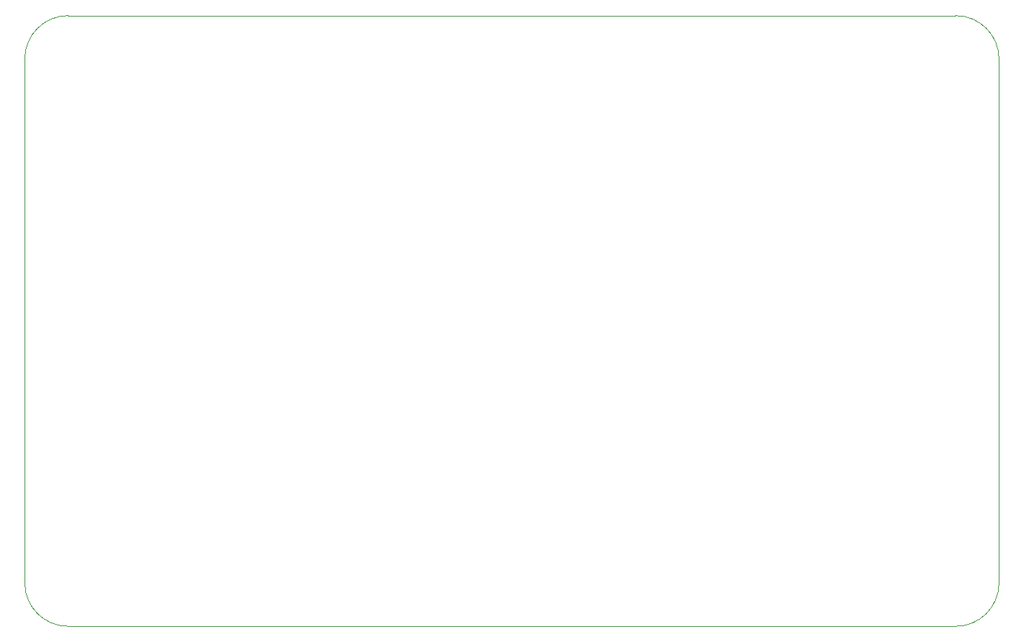
<source format=gbr>
%TF.GenerationSoftware,KiCad,Pcbnew,7.0.1*%
%TF.CreationDate,2023-04-28T22:50:49+01:00*%
%TF.ProjectId,clock25,636c6f63-6b32-4352-9e6b-696361645f70,rev?*%
%TF.SameCoordinates,Original*%
%TF.FileFunction,Profile,NP*%
%FSLAX46Y46*%
G04 Gerber Fmt 4.6, Leading zero omitted, Abs format (unit mm)*
G04 Created by KiCad (PCBNEW 7.0.1) date 2023-04-28 22:50:49*
%MOMM*%
%LPD*%
G01*
G04 APERTURE LIST*
%TA.AperFunction,Profile*%
%ADD10C,0.100000*%
%TD*%
G04 APERTURE END LIST*
D10*
X88900000Y-69850000D02*
X88900000Y-131445000D01*
X88900000Y-131445000D02*
G75*
G03*
X93980000Y-136525000I5080000J0D01*
G01*
X93980000Y-136525000D02*
X198120000Y-136525000D01*
X93980000Y-64770000D02*
G75*
G03*
X88900000Y-69850000I0J-5080000D01*
G01*
X198120000Y-64770000D02*
X93980000Y-64770000D01*
X203200000Y-69850000D02*
G75*
G03*
X198120000Y-64770000I-5080000J0D01*
G01*
X203200000Y-69850000D02*
X203200000Y-131445000D01*
X198120000Y-136525000D02*
G75*
G03*
X203200000Y-131445000I0J5080000D01*
G01*
M02*

</source>
